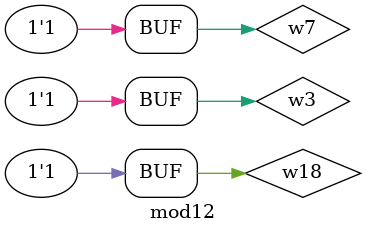
<source format=v>

module mod12;    //: root_module
supply1 w7;    //: /sn:0 {0}(279,155)(261,155)(261,232){1}
//: {2}(263,234)(286,234)(286,215){3}
//: {4}(259,234)(105,234)(105,155)(117,155){5}
supply1 w3;    //: /sn:0 {0}(481,1)(452,1){1}
//: {2}(450,-1)(450,-41){3}
//: {4}(450,3)(450,74)(481,74){5}
supply1 w18;    //: /sn:0 {0}(622,1)(607,1){1}
//: {2}(605,-1)(605,-45){3}
//: {4}(605,3)(605,74)(622,74){5}
wire w6;    //: /sn:0 {0}(711,73)(704,73){1}
wire w4;    //: /sn:0 {0}(207,154)(199,154){1}
wire w15;    //: /sn:0 {0}(522,91)(522,277){1}
//: {2}(524,279)(663,279)(663,91){3}
//: {4}(520,279)(322,279){5}
//: {6}(320,277)(320,172){7}
//: {8}(318,279)(160,279){9}
//: {10}(158,277)(158,172){11}
//: {12}(156,279)(18,279)(18,279)(-13,279){13}
wire w0;    //: /sn:0 {0}(366,83)(361,83){1}
wire mod3;    //: /dp:5 {0}(199,83)(255,83){1}
//: {2}(259,83)(269,83)(269,82)(279,82){3}
//: {4}(257,81)(257,34)(481,34){5}
wire wejscie;    //: /sn:0 /dp:1 {0}(-20,214)(77,214){1}
//: {2}(81,214)(242,214)(242,115)(279,115){3}
//: {4}(79,212)(79,115)(117,115){5}
wire wyjscie;    //: {0}(811,2)(704,2){1}
wire w1;    //: /sn:0 {0}(117,82)(96,82)(96,192)(371,192)(371,154)(361,154){1}
wire w17;    //: /sn:0 {0}(563,2)(595,2)(595,34)(622,34){1}
wire w5;    //: /sn:0 {0}(571,73)(563,73){1}
//: enddecls

  JK g8 (.C(w17), .K(w18), .J(w18), ._RESET(w15), .Q(wyjscie), ._Q(w6));   //: @(623, -9) /sz:(80, 99) /sn:0 /p:[ Li0>1 Li1>5 Li2>0 Bi0>3 Ro0<1 Ro1<1 ]
  JK g3 (.C(mod3), .K(w3), .J(w3), ._RESET(w15), .Q(w17), ._Q(w5));   //: @(482, -9) /sz:(80, 99) /sn:0 /anc:1 /p:[ Li0>5 Li1>5 Li2>0 Bi0>0 Ro0<0 Ro1<1 ]
  JK g2 (.J(mod3), .K(w7), .C(wejscie), ._RESET(w15), ._Q(w1), .Q(w0));   //: @(280, 72) /sz:(80, 99) /sn:0 /anc:1 /p:[ Li0>3 Li1>0 Li2>3 Bi0>7 Ro0<1 Ro1<1 ]
  //: joint g1 (mod3) @(257, 83) /w:[ 2 4 1 -1 ]
  //: joint g16 (w15) @(320, 279) /w:[ 5 6 8 -1 ]
  clock fwe (.Z(wejscie));   //: @(-33,214) /w:[ 0 ] /omega:100 /phi:0 /duty:50
  //: joint g10 (w18) @(605, 1) /w:[ 1 2 -1 4 ]
  led g28 (.I(wyjscie));   //: @(818,2) /sn:0 /R:3 /w:[ 0 ] /type:0
  //: joint g19 (w7) @(261, 234) /w:[ 2 1 4 -1 ]
  //: supply1 g6 (w3) @(461,-41) /sn:0 /w:[ 3 ]
  //: joint g7 (w3) @(450, 1) /w:[ 1 2 -1 4 ]
  //: supply1 g9 (w18) @(616,-45) /sn:0 /w:[ 3 ]
  //: frame g20 @(438,-55) /sn:0 /wi:290 /ht:199 /tx:"mod 4"
  //: joint g17 (w15) @(158, 279) /w:[ 9 10 12 -1 ]
  //: joint g5 (wejscie) @(79, 214) /w:[ 2 4 1 -1 ]
  //: frame g14 @(70,17) /sn:0 /wi:327 /ht:229 /tx:"mod 3"
  //: joint g26 (w15) @(522, 279) /w:[ 2 1 4 -1 ]
  JK g0 (.C(wejscie), .K(w7), .J(w1), ._RESET(w15), .Q(mod3), ._Q(w4));   //: @(118, 72) /sz:(80, 99) /sn:0 /anc:1 /p:[ Li0>5 Li1>5 Li2>0 Bi0>11 Ro0<0 Ro1<1 ]
  //: switch reset (w15) @(-30,279) /w:[ 13 ] /st:1
  //: supply1 g18 (w7) @(297,215) /sn:0 /w:[ 3 ]

endmodule

</source>
